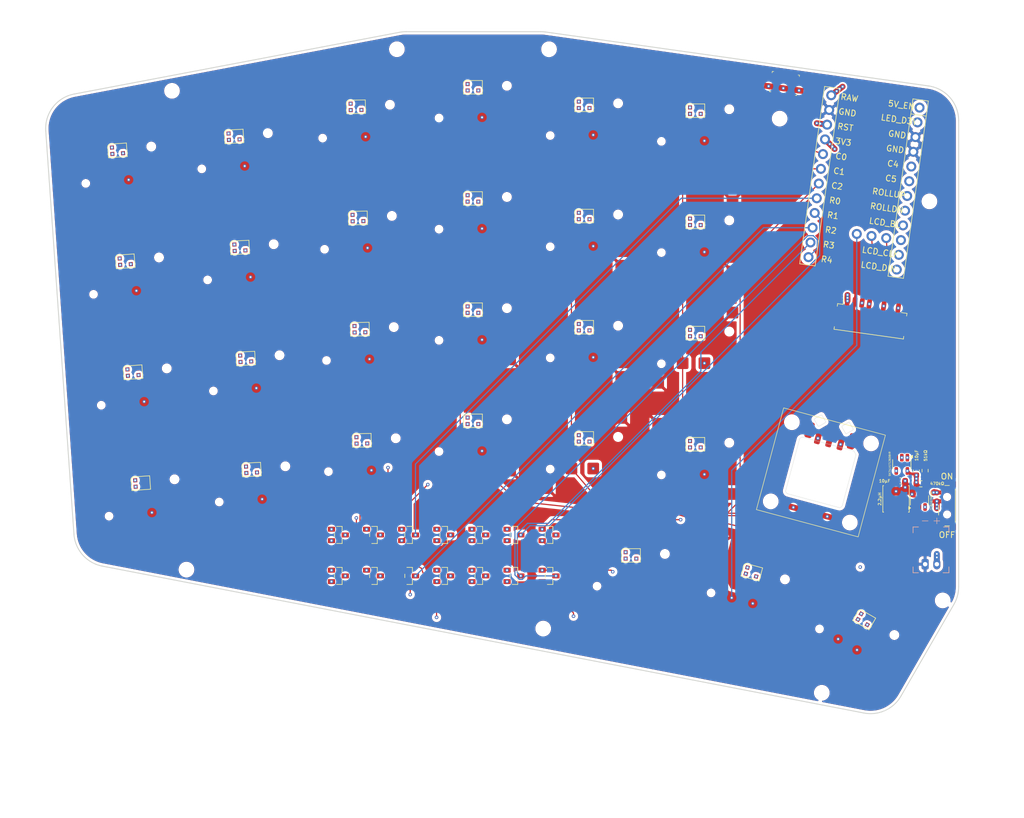
<source format=kicad_pcb>
(kicad_pcb (version 20241229) (generator "pcbnew") (generator_version "9.0")
  (title_block (title "toomanykeys") (date "2025-06-04") (rev "0.1") (company "huntercook"))
  (layers (0 "F.Cu" signal) (4 "In1.Cu" signal) (6 "In2.Cu" signal) (8 "In3.Cu" signal) (10 "In4.Cu" signal) (2 "B.Cu" signal) (13 "F.Paste" user) (15 "B.Paste" user) (5 "F.SilkS" user "F.Silkscreen") (7 "B.SilkS" user "B.Silkscreen") (1 "F.Mask" user) (3 "B.Mask" user) (25 "Edge.Cuts" user))
  (net 0 "")
  (net 1 "C0")
  (net 2 "finger_outer_bottom")
  (net 3 "GND")
  (net 4 "finger_outer_home")
  (net 5 "finger_outer_top")
  (net 6 "finger_outer_num")
  (net 7 "C1")
  (net 8 "finger_pinky_bottom")
  (net 9 "finger_pinky_home")
  (net 10 "finger_pinky_top")
  (net 11 "finger_pinky_num")
  (net 12 "C2")
  (net 13 "finger_ring_bottom")
  (net 14 "finger_ring_home")
  (net 15 "finger_ring_top")
  (net 16 "finger_ring_num")
  (net 17 "C3")
  (net 18 "finger_middle_bottom")
  (net 19 "finger_middle_home")
  (net 20 "finger_middle_top")
  (net 21 "finger_middle_num")
  (net 22 "C4")
  (net 23 "finger_index_bottom")
  (net 24 "finger_index_home")
  (net 25 "finger_index_top")
  (net 26 "finger_index_num")
  (net 27 "C5")
  (net 28 "finger_inner_bottom")
  (net 29 "finger_inner_home")
  (net 30 "finger_inner_top")
  (net 31 "finger_inner_num")
  (net 32 "thumb_near_fan")
  (net 33 "thumb_mid_fan")
  (net 34 "thumb_far_fan")
  (net 35 "roller")
  (net 36 "ROLLUP")
  (net 37 "ROLLDN")
  (net 38 "R0")
  (net 39 "R1")
  (net 40 "R2")
  (net 41 "R3")
  (net 42 "R4")
  (net 43 "RAW")
  (net 44 "RST")
  (net 45 "3V3")
  (net 46 "5V_EN")
  (net 47 "LED_D3V")
  (net 48 "LCD_BL")
  (net 49 "LCD_DC")
  (net 50 "LCD_CLK")
  (net 51 "LCD_DIN")
  (net 52 "LCD_RST")
  (net 53 "LCD_CS")
  (net 54 "BAT_P")
  (net 55 "LED_26")
  (net 56 "LED_PWR")
  (net 57 "LED_27")
  (net 58 "LED_25")
  (net 59 "LED_24")
  (net 60 "LED_23")
  (net 61 "LED_19")
  (net 62 "LED_20")
  (net 63 "LED_21")
  (net 64 "LED_22")
  (net 65 "LED_18")
  (net 66 "LED_17")
  (net 67 "LED_16")
  (net 68 "LED_15")
  (net 69 "LED_11")
  (net 70 "LED_12")
  (net 71 "LED_13")
  (net 72 "LED_14")
  (net 73 "LED_10")
  (net 74 "LED_9")
  (net 75 "LED_8")
  (net 76 "LED_7")
  (net 77 "LED_3")
  (net 78 "LED_4")
  (net 79 "LED_5")
  (net 80 "LED_6")
  (net 81 "LED_2")
  (net 82 "LED_1")
  (net 83 "BOOST_FB")
  (net 84 "BOOST_SW")
  (net 85 "5V")
  (net 86 "LED_D5V")
  (footprint "PG1316S" (layer "F.Cu") (at 134.821073 133.409927)
    (property "Reference" "S18" (hide yes))
    (property "Value" "")
  )
  (footprint "Molex_PicoBlade_53261-0871_1x08-1MP_P1.25mm_Horizontal" (layer "F.Cu") (at 183.821073 129.409928 -8)
    (property "Reference" "CONN1" (hide yes))
    (property "Value" "")
  )
  (footprint "PG1316S" (layer "F.Cu") (at 115.821074 111.409927)
    (property "Reference" "S15" (hide yes))
    (property "Value" "")
  )
  (footprint "BAV70 SOT23" (layer "F.Cu") (at 116.821073 166.409927 -90)
    (property "Reference" "D5" (hide yes))
    (property "Value" "BAV70")
  )
  (footprint "PG1316S" (layer "F.Cu") (at 153.821073 115.409928)
    (property "Reference" "S23" (hide yes))
    (property "Value" "")
  )
  (footprint "PG1316S" (layer "F.Cu") (at 142.821073 172.409928)
    (property "Reference" "S25" (hide yes))
    (property "Value" "")
  )
  (footprint "LED_WS2812B-2020_PLCC4_2.0x2.0mm" (layer "F.Cu") (at 153.821073 93.909927)
    (property "Reference" "LED24" (hide yes))
    (property "Value" "")
  )
  (footprint "ceoloide:mounting_hole_npth" (layer "F.Cu") (at 127.821073 182.409927)
    (property "Reference" "MH7" (hide yes))
    (property "Value" "")
  )
  (footprint "PG1316S" (layer "F.Cu") (at 134.821073 152.409927)
    (property "Reference" "S17" (hide yes))
    (property "Value" "")
  )
  (footprint "ceoloide:mcu_nice_nano" (layer "F.Cu") (at 182.821073 104.909927 -8)
    (property "Reference" "MCU1" (hide yes))
    (property "Value" "")
  )
  (footprint "LED_WS2812B-2020_PLCC4_2.0x2.0mm" (layer "F.Cu") (at 115.821073 146.909928)
    (property "Reference" "LED13" (hide yes))
    (property "Value" "")
  )
  (footprint "Resistor_SMD:R_0603_1608Metric" (layer "F.Cu") (at 193.082746 155.417904 90)
    (property "Reference" "R2" (hide yes))
    (property "Value" "51kΩ")
  )
  (footprint "PG1316S" (layer "F.Cu") (at 96.213132 114.746853 1)
    (property "Reference" "S11" (hide yes))
    (property "Value" "")
  )
  (footprint "LED_WS2812B-2020_PLCC4_2.0x2.0mm" (layer "F.Cu") (at 96.501097 131.24434 1)
    (property "Reference" "LED10" (hide yes))
    (property "Value" "")
  )
  (footprint "Package_TO_SOT_SMD:SOT-23-5" (layer "F.Cu") (at 189.102746 154.335405 -90)
    (property "Reference" "U2" (hide yes))
    (property "Value" "SN74LV1T126DBVR")
  )
  (footprint "ceoloide:mounting_hole_npth" (layer "F.Cu") (at 196.088091 177.600299 -30)
    (property "Reference" "MH9" (hide yes))
    (property "Value" "")
  )
  (footprint "LED_WS2812B-2020_PLCC4_2.0x2.0mm" (layer "F.Cu") (at 115.821073 108.909927)
    (property "Reference" "LED15" (hide yes))
    (property "Value" "")
  )
  (footprint "PG1316S" (layer "F.Cu") (at 134.821073 95.409927)
    (property "Reference" "S20" (hide yes))
    (property "Value" "")
  )
  (footprint "PG1316S" (layer "F.Cu") (at 78.111707 157.729967 3)
    (property "Reference" "S5" (hide yes))
    (property "Value" "")
  )
  (footprint "BAV70 SOT23" (layer "F.Cu") (at 110.821074 173.409927 -90)
    (property "Reference" "D10" (hide yes))
    (property "Value" "BAV70")
  )
  (footprint "PG1316S" (layer "F.Cu") (at 96.876324 152.741066 1)
    (property "Reference" "S9" (hide yes))
    (property "Value" "")
  )
  (footprint "LED_WS2812B-2020_PLCC4_2.0x2.0mm" (layer "F.Cu") (at 57.727982 138.605278 4)
    (property "Reference" "LED2" (hide yes))
    (property "Value" "")
  )
  (footprint "huntercook:L_CJIANG_FTC404030S_4.1x4.1x3.0_SMD" (layer "F.Cu") (at 188.112747 160.252904 -90)
    (property "Reference" "L1" (hide yes))
    (property "Value" "2.2μH")
  )
  (footprint "ceoloide:reset_switch_smd_side" (layer "F.Cu") (at 169.054598 89.25261 -8)
    (property "Reference" "RST1" (hide yes))
    (property "Value" "")
  )
  (footprint "PG1316S" (layer "F.Cu") (at 57.902373 141.099187 4)
    (property "Reference" "S2" (hide yes))
    (property "Value" "")
  )
  (footprint "PG1316S" (layer "F.Cu") (at 76.12294 119.782046 3)
    (property "Reference" "S7" (hide yes))
    (property "Value" "")
  )
  (footprint "LED_WS2812B-2020_PLCC4_2.0x2.0mm" (layer "F.Cu") (at 153.821073 131.909928)
    (property "Reference" "LED22" (hide yes))
    (property "Value" "")
  )
  (footprint "ceoloide:mounting_hole_npth" (layer "F.Cu") (at 102.821073 83.409928)
    (property "Reference" "MH3" (hide yes))
    (property "Value" "")
  )
  (footprint "ceoloide:mounting_hole_npth" (layer "F.Cu") (at 64.390191 90.523421 4)
    (property "Reference" "MH1" (hide yes))
    (property "Value" "")
  )
  (footprint "LED_WS2812B-2020_PLCC4_2.0x2.0mm" (layer "F.Cu") (at 142.821073 169.909927)
    (property "Reference" "LED25" (hide yes))
    (property "Value" "")
  )
  (footprint "ceoloide:mounting_hole_npth" (layer "F.Cu") (at 175.427837 193.384909 -30)
    (property "Reference" "MH8" (hide yes))
    (property "Value" "")
  )
  (footprint "PG1316S" (layer "F.Cu") (at 56.577 122.14547 4)
    (property "Reference" "S3" (hide yes))
    (property "Value" "")
  )
  (footprint "PG1316S" (layer "F.Cu") (at 115.821074 149.409928)
    (property "Reference" "S13" (hide yes))
    (property "Value" "")
  )
  (footprint "PG1316S" (layer "F.Cu") (at 95.881537 95.749747 1)
    (property "Reference" "S12" (hide yes))
    (property "Value" "")
  )
  (footprint "BAV70 SOT23" (layer "F.Cu") (at 116.821073 173.409927 -90)
    (property "Reference" "D11" (hide yes))
    (property "Value" "BAV70")
  )
  (footprint "LED_WS2812B-2020_PLCC4_2.0x2.0mm" (layer "F.Cu") (at 76.986483 136.259432 3)
    (property "Reference" "LED6" (hide yes))
    (property "Value" "")
  )
  (footprint "ceoloide:mounting_hole_npth" (layer "F.Cu") (at 168.226505 95.272344)
    (property "Reference" "MH5" (hide yes))
    (property "Value" "")
  )
  (footprint "BAV70 SOT23" (layer "F.Cu") (at 104.821073 166.409927 -90)
    (property "Reference" "D3" (hide yes))
    (property "Value" "BAV70")
  )
  (footprint "Capacitor_SMD:C_0603_1608Metric" (layer "F.Cu") (at 191.582746 155.417905 90)
    (property "Reference" "C2" (hide yes))
    (property "Value" "10μF")
  )
  (footprint "PG1316S" (layer "F.Cu") (at 162.821073 175.159927 -15)
    (property "Reference" "S26" (hide yes))
    (property "Value" "")
  )
  (footprint "LED_WS2812B-2020_PLCC4_2.0x2.0mm" (layer "F.Cu") (at 96.169501 112.247234 1)
    (property "Reference" "LED11" (hide yes))
    (property "Value" "")
  )
  (footprint "LED_WS2812B-2020_PLCC4_2.0x2.0mm" (layer "F.Cu") (at 134.821074 111.909927)
    (property "Reference" "LED19" (hide yes))
    (property "Value" "")
  )
  (footprint "LED_WS2812B-2020_PLCC4_2.0x2.0mm" (layer "F.Cu") (at 153.821073 150.909927)
    (property "Reference" "LED21" (hide yes))
    (property "Value" "")
  )
  (footprint "LED_WS2812B-2020_PLCC4_2.0x2.0mm" (layer "F.Cu") (at 74.997717 98.31151 3)
    (property "Reference" "LED8" (hide yes))
    (property "Value" "")
  )
  (footprint "BAV70 SOT23" (layer "F.Cu") (at 128.821073 173.409927 -90)
    (property "Reference" "D14" (hide yes))
    (property "Value" "BAV70")
  )
  (footprint "LED_WS2812B-2020_PLCC4_2.0x2.0mm" (layer "F.Cu") (at 55.077237 100.697844 4)
    (property "Reference" "LED4" (hide yes))
    (property "Value" "")
  )
  (footprint "PG1316S" (layer "F.Cu") (at 134.821073 114.409927)
    (property "Reference" "S19" (hide yes))
    (property "Value" "")
  )
  (footprint "PG1316S" (layer "F.Cu") (at 181.427837 182.992605 -30)
    (property "Reference" "S27" (hide yes))
    (property "Value" "")
  )
  (footprint "PG1316S" (layer "F.Cu") (at 153.821074 153.409927)
    (property "Reference" "S21" (hide yes))
    (property "Value" "")
  )
  (footprint "PG1316S" (layer "F.Cu") (at 55.251627 103.191754 4)
    (property "Reference" "S4" (hide yes))
    (property "Value" "")
  )
  (footprint "LED_WS2812B-2020_PLCC4_2.0x2.0mm" (layer "F.Cu") (at 115.821073 127.909927)
    (property "Reference" "LED14" (hide yes))
    (property "Value" "")
  )
  (footprint "ceoloide:power_switch_smd_side" (layer "F.Cu") (at 196.821073 161.409927)
    (property "Reference" "PWR1" (hide yes))
    (property "Value" "")
  )
  (footprint "Package_TO_SOT_SMD:SOT-23-6" (layer "F.Cu") (at 192.122746 160.500405 90)
    (property "Reference" "U1" (hide yes))
    (property "Value" "TLV61070ADBV")
  )
  (footprint "LED_WS2812B-2020_PLCC4_2.0x2.0mm" (layer "F.Cu") (at 134.821074 92.909927)
    (property "Reference" "LED20" (hide yes))
    (property "Value" "")
  )
  (footprint "PG1316S" (layer "F.Cu") (at 115.821074 130.409927)
    (property "Reference" "S14" (hide yes))
    (property "Value" "")
  )
  (footprint "PG1316S" (layer "F.Cu") (at 115.821073 92.409927)
    (property "Reference" "S16" (hide yes))
    (property "Value" "")
  )
  (footprint "LED_WS2812B-2020_PLCC4_2.0x2.0mm" (layer "F.Cu") (at 59.053355 157.558994 4)
    (property "Reference" "LED1" (hide yes))
    (property "Value" "")
  )
  (footprint "CKW12" (layer "F.Cu") (at 175.276573 155.721293 75)
    (property "Reference" "RE1" (hide yes))
    (property "Value" "")
    (fp_line (start -4.5 -5) (end 4.5 -4.999999) (stroke (width 0.05)) (layer "Edge.Cuts"))
    (fp_line (start 5 -4.5) (end 4.999999 4.5) (stroke (width 0.05)) (layer "Edge.Cuts"))
    (fp_line (start 8.393604 -3.394264) (end 7.545076 -2.545736) (stroke (width 0.05)) (layer "Edge.Cuts"))
    (fp_line (start 8.605736 -3.394264) (end 9.454264 -2.545736) (stroke (width 0.05)) (layer "Edge.Cuts"))
    (fp_line (start 7.545076 -2.333604) (end 8.393604 -1.485076) (stroke (width 0.05)) (layer "Edge.Cuts"))
    (fp_line (start 8.605736 -1.485076) (end 9.454264 -2.333604) (stroke (width 0.05)) (layer "Edge.Cuts"))
    (fp_line (start -5 4.5) (end -4.999999 -4.5) (stroke (width 0.05)) (layer "Edge.Cuts"))
    (fp_line (start 8.397868 1.480812) (end 7.54934 2.32934) (stroke (width 0.05)) (layer "Edge.Cuts"))
    (fp_line (start 8.61 1.480812) (end 9.458528 2.32934) (stroke (width 0.05)) (layer "Edge.Cuts"))
    (fp_line (start -4.5 4.999999) (end 4.5 5) (stroke (width 0.05)) (layer "Edge.Cuts"))
    (fp_line (start 7.54934 2.541472) (end 8.397869 3.39) (stroke (width 0.05)) (layer "Edge.Cuts"))
    (fp_line (start 8.61 3.39) (end 9.458528 2.541472) (stroke (width 0.05)) (layer "Edge.Cuts"))
    (fp_line (start 4.5 5) (end 4.999999 4.5) (stroke (width 0.05)) (layer "Edge.Cuts"))
    (fp_arc (start -4.999999 -4.5) (mid -4.853553 -4.853553) (end -4.5 -5) (stroke (width 0.05)) (layer "Edge.Cuts"))
    (fp_arc (start 4.5 -4.999999) (mid 4.853553 -4.853553) (end 5 -4.5) (stroke (width 0.05)) (layer "Edge.Cuts"))
    (fp_arc (start 8.393604 -3.394264) (mid 8.49967 -3.438198) (end 8.605736 -3.394264) (stroke (width 0.05)) (layer "Edge.Cuts"))
    (fp_arc (start 7.545076 -2.333604) (mid 7.501142 -2.43967) (end 7.545076 -2.545736) (stroke (width 0.05)) (layer "Edge.Cuts"))
    (fp_arc (start 9.454264 -2.545736) (mid 9.498198 -2.43967) (end 9.454264 -2.333604) (stroke (width 0.05)) (layer "Edge.Cuts"))
    (fp_arc (start 8.605736 -1.485076) (mid 8.49967 -1.441142) (end 8.393604 -1.485076) (stroke (width 0.05)) (layer "Edge.Cuts"))
    (fp_arc (start 8.397868 1.480812) (mid 8.503934 1.436878) (end 8.61 1.480812) (stroke (width 0.05)) (layer "Edge.Cuts"))
    (fp_arc (start -4.5 4.999999) (mid -4.853553 4.853553) (end -5 4.5) (stroke (width 0.05)) (layer "Edge.Cuts"))
    (fp_arc (start 7.54934 2.541472) (mid 7.505406 2.435406) (end 7.54934 2.32934) (stroke (width 0.05)) (layer "Edge.Cuts"))
    (fp_arc (start 9.458528 2.32934) (mid 9.502462 2.435406) (end 9.458528 2.541472) (stroke (width 0.05)) (layer "Edge.Cuts"))
    (fp_arc (start 8.61 3.39) (mid 8.503934 3.433934) (end 8.397869 3.39) (stroke (width 0.05)) (layer "Edge.Cuts"))
  )
  (footprint "LED_WS2812B-2020_PLCC4_2.0x2.0mm" (layer "F.Cu") (at 75.9921 117.285471 3)
    (property "Reference" "LED7" (hide yes))
    (property "Value" "")
  )
  (footprint "LED_WS2812B-2020_PLCC4_2.0x2.0mm" (layer "F.Cu") (at 95.837906 93.250128 1)
    (property "Reference" "LED12" (hide yes))
    (property "Value" "")
  )
  (footprint "BAV70 SOT23" (layer "F.Cu") (at 92.821074 166.409927 -90)
    (property "Reference" "D1" (hide yes))
    (property "Value" "BAV70")
  )
  (footprint "LED_WS2812B-2020_PLCC4_2.0x2.0mm" (layer "F.Cu") (at 77.980868 155.233393 3)
    (property "Reference" "LED5" (hide yes))
    (property "Value" "")
  )
  (footprint "BAV70 SOT23" (layer "F.Cu") (at 92.821073 173.409927 -90)
    (property "Reference" "D7" (hide yes))
    (property "Value" "BAV70")
  )
  (footprint "Resistor_SMD:R_0603_1608Metric" (layer "F.Cu") (at 192.337747 157.672904)
    (property "Reference" "R1" (hide yes))
    (property "Value" "470kΩ")
  )
  (footprint "LED_WS2812B-2020_PLCC4_2.0x2.0mm" (layer "F.Cu") (at 96.832693 150.241446 1)
    (property "Reference" "LED9" (hide yes))
    (property "Value" "")
  )
  (footprint "LED_WS2812B-2020_PLCC4_2.0x2.0mm" (layer "F.Cu") (at 182.677837 180.827541 -30)
    (property "Reference" "LED27" (hide yes))
    (property "Value" "")
  )
  (footprint "BAV70 SOT23" (layer "F.Cu") (at 128.821073 166.409928 -90)
    (property "Reference" "D13" (hide yes))
    (property "Value" "BAV70")
  )
  (footprint "ceoloide:mounting_hole_npth" (layer "F.Cu") (at 66.860856 172.338813 3)
    (property "Reference" "MH2" (hide yes))
    (property "Value" "")
  )
  (footprint "BAV70 SOT23" (layer "F.Cu") (at 104.821073 173.409928 -90)
    (property "Reference" "D9" (hide yes))
    (property "Value" "BAV70")
  )
  (footprint "PG1316S" (layer "F.Cu") (at 59.227746 160.052904 4)
    (property "Reference" "S1" (hide yes))
    (property "Value" "")
  )
  (footprint "ceoloide:mounting_hole_npth" (layer "F.Cu") (at 128.821073 83.409927)
    (property "Reference" "MH4" (hide yes))
    (property "Value" "")
  )
  (footprint "BAV70 SOT23" (layer "F.Cu") (at 98.821073 166.409928 -90)
    (property "Reference" "D2" (hide yes))
    (property "Value" "BAV70")
  )
  (footprint "PG1316S" (layer "F.Cu") (at 96.544728 133.74396 1)
    (property "Reference" "S10" (hide yes))
    (property "Value" "")
  )
  (footprint "Capacitor_SMD:C_0603_1608Metric" (layer "F.Cu") (at 188.892746 157.165405 180)
    (property "Reference" "C1" (hide yes))
    (property "Value" "10μF")
  )
  (footprint "LED_WS2812B-2020_PLCC4_2.0x2.0mm" (layer "F.Cu") (at 134.821073 149.909927)
    (property "Reference" "LED17" (hide yes))
    (property "Value" "")
  )
  (footprint "BAV70 SOT23" (layer "F.Cu") (at 122.821073 166.409927 -90)
    (property "Reference" "D6" (hide yes))
    (property "Value" "BAV70")
  )
  (footprint "BAV70 SOT23" (layer "F.Cu") (at 98.821073 173.409927 -90)
    (property "Reference" "D8" (hide yes))
    (property "Value" "BAV70")
  )
  (footprint "LED_WS2812B-2020_PLCC4_2.0x2.0mm" (layer "F.Cu") (at 163.468121 172.745112 -15)
    (property "Reference" "LED26" (hide yes))
    (property "Value" "")
  )
  (footprint "LED_WS2812B-2020_PLCC4_2.0x2.0mm" (layer "F.Cu") (at 153.821073 112.909927)
    (property "Reference" "LED23" (hide yes))
    (property "Value" "")
  )
  (footprint "PG1316S" (layer "F.Cu") (at 153.821074 134.409927)
    (property "Reference" "S22" (hide yes))
    (property "Value" "")
  )
  (footprint "LED_WS2812B-2020_PLCC4_2.0x2.0mm" (layer "F.Cu") (at 56.402609 119.65156 4)
    (property "Reference" "LED3" (hide yes))
    (property "Value" "")
  )
  (footprint "BAV70 SOT23" (layer "F.Cu") (at 122.821073 173.409927 -90)
    (property "Reference" "D12" (hide yes))
    (property "Value" "BAV70")
  )
  (footprint "PG1316S" (layer "F.Cu") (at 75.128557 100.808083 3)
    (property "Reference" "S8" (hide yes))
    (property "Value" "")
  )
  (footprint "LED_WS2812B-2020_PLCC4_2.0x2.0mm" (layer "F.Cu") (at 115.821073 89.909928)
    (property "Reference" "LED16" (hide yes))
    (property "Value" "")
  )
  (footprint "PG1316S" (layer "F.Cu") (at 153.821073 96.409927)
    (property "Reference" "S24" (hide yes))
    (property "Value" "")
  )
  (footprint "LED_WS2812B-2020_PLCC4_2.0x2.0mm" (layer "F.Cu") (at 134.821073 130.909928)
    (property "Reference" "LED18" (hide yes))
    (property "Value" "")
  )
  (footprint "PG1316S" (layer "F.Cu") (at 77.117324 138.756006 3)
    (property "Reference" "S6" (hide yes))
    (property "Value" "")
  )
  (footprint "BAV70 SOT23" (layer "F.Cu") (at 110.821073 166.409927 -90)
    (property "Reference" "D4" (hide yes))
    (property "Value" "BAV70")
  )
  (footprint "ceoloide:mounting_hole_npth" (layer "F.Cu") (at 193.821073 109.409927)
    (property "Reference" "MH6" (hide yes))
    (property "Value" "")
  )
  (footprint "ceoloide:battery_connector_jst_ph_2" (layer "B.Cu") (at 194.086073 171.409928 180)
    (property "Reference" "JST1" (hide yes))
    (property "Value" "")
  )
  (gr_arc (start 188.956593 193.951221) (mid 186.252451 196.409736) (end 182.62357 196.843337) (stroke (width 0.15)) (layer "Edge.Cuts"))
  (gr_line (start 104.385374 80.409928) (end 127.400613 80.409928) (stroke (width 0.15)) (layer "Edge.Cuts"))
  (gr_line (start 182.62357 196.843337) (end 52.481845 171.738941) (stroke (width 0.15)) (layer "Edge.Cuts"))
  (gr_arc (start 52.481845 171.738941) (mid 49.1274 169.826475) (end 47.632911 166.26609) (stroke (width 0.15)) (layer "Edge.Cuts"))
  (gr_line (start 47.632911 166.26609) (end 42.815731 97.377205) (stroke (width 0.15)) (layer "Edge.Cuts"))
  (gr_line (start 198.017645 178.251955) (end 188.956593 193.951221) (stroke (width 0.15)) (layer "Edge.Cuts"))
  (gr_line (start 47.682408 91.063879) (end 103.266667 80.515142) (stroke (width 0.15)) (layer "Edge.Cuts"))
  (gr_line (start 128.237424 80.468568) (end 193.657884 89.682718) (stroke (width 0.15)) (layer "Edge.Cuts"))
  (gr_arc (start 193.657884 89.682718) (mid 197.349913 91.688404) (end 198.821074 95.624077) (stroke (width 0.15)) (layer "Edge.Cuts"))
  (gr_arc (start 103.266667 80.515142) (mid 103.823552 80.436292) (end 104.385374 80.409928) (stroke (width 0.15)) (layer "Edge.Cuts"))
  (gr_arc (start 42.815731 97.377205) (mid 44.049125 93.29556) (end 47.682408 91.063879) (stroke (width 0.15)) (layer "Edge.Cuts"))
  (gr_arc (start 198.821073 175.252682) (mid 198.616743 176.805193) (end 198.017646 178.251955) (stroke (width 0.15)) (layer "Edge.Cuts"))
  (gr_arc (start 127.400613 80.409928) (mid 127.820045 80.424604) (end 128.237424 80.468568) (stroke (width 0.15)) (layer "Edge.Cuts"))
  (gr_line (start 198.821074 95.624077) (end 198.821073 175.252682) (stroke (width 0.15)) (layer "Edge.Cuts"))
  (segment (start 53.26678 105.987019) (end 56.2 103.3) (width 0.2) (layer "F.Cu") (net 1))
  (segment (start 148 86.3) (end 154.9 88.6) (width 0.2) (layer "F.Cu") (net 1))
  (segment (start 125.2 83.2) (end 128.1 85.3) (width 0.2) (layer "F.Cu") (net 1))
  (segment (start 158.4 95) (end 175.62873 101.334147) (width 0.2) (layer "F.Cu") (net 1))
  (segment (start 93.6 86.4) (end 103.6 85.6) (width 0.2) (layer "F.Cu") (net 1))
  (segment (start 110.4 83.3) (end 117.7 82) (width 0.2) (layer "F.Cu") (net 1))
  (segment (start 132 86.4) (end 148 86.3) (width 0.2) (layer "F.Cu") (net 1))
  (segment (start 154.9 88.6) (end 158.4 95) (width 0.2) (layer "F.Cu") (net 1))
  (segment (start 83.4 89.1) (end 93.6 86.4) (width 0.2) (layer "F.Cu") (net 1))
  (segment (start 53.26678 105.987019) (end 57.242899 162.848169) (width 0.2) (layer "F.Cu") (net 1))
  (segment (start 73 94.3) (end 83.4 89.1) (width 0.2) (layer "F.Cu") (net 1))
  (segment (start 117.7 82) (end 125.2 83.2) (width 0.2) (layer "F.Cu") (net 1))
  (segment (start 56.2 103.3) (end 66 100.1) (width 0.2) (layer "F.Cu") (net 1))
  (segment (start 103.6 85.6) (end 110.4 83.3) (width 0.2) (layer "F.Cu") (net 1))
  (segment (start 66 100.1) (end 73 94.3) (width 0.2) (layer "F.Cu") (net 1))
  (segment (start 128.1 85.3) (end 132 86.4) (width 0.2) (layer "F.Cu") (net 1))
  (via (at 109.646074 174.384927) (size 0.6) (drill 0.3) (layers "F.Cu" "B.Cu") (net 2))
  (via (at 60.958825 162.588326) (size 0.6) (drill 0.3) (layers "F.Cu" "B.Cu") (net 2))
  (via (at 59.633452 143.634609) (size 0.6) (drill 0.3) (layers "F.Cu" "B.Cu") (net 4))
  (via (at 91.646073 174.384927) (size 0.6) (drill 0.3) (layers "F.Cu" "B.Cu") (net 4))
  (via (at 58.308079 124.680892) (size 0.6) (drill 0.3) (layers "F.Cu" "B.Cu") (net 5))
  (via (at 109.646073 167.384927) (size 0.6) (drill 0.3) (layers "F.Cu" "B.Cu") (net 5))
  (via (at 56.982706 105.727176) (size 0.6) (drill 0.3) (layers "F.Cu" "B.Cu") (net 6))
  (via (at 91.646074 167.384927) (size 0.6) (drill 0.3) (layers "F.Cu" "B.Cu") (net 6))
  (segment (start 152.947073 100.045087) (end 156.751414 103.849428) (width 0.2) (layer "F.Cu") (net 7))
  (segment (start 130.631233 93.758927) (end 133.947073 97.074767) (width 0.2) (layer "F.Cu") (net 7))
  (segment (start 110.374753 96.045087) (end 112.660913 93.758927) (width 0.2) (layer "F.Cu") (net 7))
  (segment (start 156.751414 103.849428) (end 175.27523 103.849428) (width 0.2) (layer "F.Cu") (net 7))
  (segment (start 152.631233 97.758927) (end 152.947073 98.074767) (width 0.2) (layer "F.Cu") (net 7))
  (segment (start 76.078378 160.490166) (end 73.095228 103.568282) (width 0.2) (layer "F.Cu") (net 7))
  (segment (start 140.788146 97.758927) (end 152.631233 97.758927) (width 0.2) (layer "F.Cu") (net 7))
  (segment (start 73.095228 103.568282) (end 80.618423 96.045087) (width 0.2) (layer "F.Cu") (net 7))
  (segment (start 133.947073 97.074767) (end 133.947073 104.6) (width 0.2) (layer "F.Cu") (net 7))
  (segment (start 112.660913 93.758927) (end 130.631233 93.758927) (width 0.2) (layer "F.Cu") (net 7))
  (segment (start 80.618423 96.045087) (end 110.374753 96.045087) (width 0.2) (layer "F.Cu") (net 7))
  (segment (start 152.947073 98.074767) (end 152.947073 100.045087) (width 0.2) (layer "F.Cu") (net 7))
  (segment (start 133.947073 104.6) (end 140.788146 97.758927) (width 0.2) (layer "F.Cu") (net 7))
  (via (at 109.646074 172.434927) (size 0.6) (drill 0.3) (layers "F.Cu" "B.Cu") (net 8))
  (via (at 79.798273 160.295215) (size 0.6) (drill 0.3) (layers "F.Cu" "B.Cu") (net 8))
  (via (at 78.80389 141.321254) (size 0.6) (drill 0.3) (layers "F.Cu" "B.Cu") (net 9))
  (via (at 91.646073 172.434927) (size 0.6) (drill 0.3) (layers "F.Cu" "B.Cu") (net 9))
  (via (at 77.809506 122.347294) (size 0.6) (drill 0.3) (layers "F.Cu" "B.Cu") (net 10))
  (via (at 109.646073 165.434927) (size 0.6) (drill 0.3) (layers "F.Cu" "B.Cu") (net 10))
  (via (at 76.815123 103.373331) (size 0.6) (drill 0.3) (layers "F.Cu" "B.Cu") (net 11))
  (via (at 91.646074 165.434927) (size 0.6) (drill 0.3) (layers "F.Cu" "B.Cu") (net 11))
  (segment (start 170.646932 176.397012) (end 176.640996 182.391076) (width 0.2) (layer "F.Cu") (net 12))
  (segment (start 177.758952 162.910407) (end 177.064994 162.216449) (width 0.2) (layer "F.Cu") (net 12))
  (segment (start 93.753117 98.437302) (end 94.747904 155.428621) (width 0.2) (layer "F.Cu") (net 12))
  (segment (start 155.334901 177.916384) (end 158.562038 177.916384) (width 0.2) (layer "F.Cu") (net 12))
  (segment (start 177.064994 162.216449) (end 175.401422 162.216449) (width 0.2) (layer "F.Cu") (net 12))
  (segment (start 158.562038 177.916384) (end 159.274628 178.628974) (width 0.2) (layer "F.Cu") (net 12))
  (segment (start 108.2 175.4) (end 107 172.1) (width 0.2) (layer "F.Cu") (net 12))
  (segment (start 96.8 168.8) (end 96.5 167.8) (width 0.2) (layer "F.Cu") (net 12))
  (segment (start 159.274628 178.628974) (end 160.794 178.628974) (width 0.2) (layer "F.Cu") (net 12))
  (segment (start 140.646073 175.059928) (end 141.947073 176.360928) (width 0.2) (layer "F.Cu") (net 12))
  (segment (start 96.5 164.3) (end 96.6 159.3) (width 0.2) (layer "F.Cu") (net 12))
  (segment (start 112 178) (end 108.2 175.4) (width 0.2) (layer "F.Cu") (net 12))
  (segment (start 177.715356 185.778308) (end 178.723108 185.778308) (width 0.2) (layer "F.Cu") (net 12))
  (segment (start 163.025962 176.397012) (end 170.646932 176.397012) (width 0.2) (layer "F.Cu") (net 12))
  (segment (start 175.401422 162.216449) (end 174.966282 162.651589) (width 0.2) (layer "F.Cu") (net 12))
  (segment (start 141.947073 176.360928) (end 153.779445 176.360928) (width 0.2) (layer "F.Cu") (net 12))
  (segment (start 102.6 169.8) (end 96.8 168.8) (width 0.2) (layer "F.Cu") (net 12))
  (segment (start 134.4 184.9) (end 126.9 184.5) (width 0.2) (layer "F.Cu") (net 12))
  (segment (start 126.9 184.5) (end 112 178) (width 0.2) (layer "F.Cu") (net 12))
  (segment (start 159.260987 162.700468) (end 161.472073 160.489382) (width 0.2) (layer "F.Cu") (net 12))
  (segment (start 176.640996 184.703948) (end 177.715356 185.778308) (width 0.2) (layer "F.Cu") (net 12))
  (segment (start 107 172.1) (end 102.6 169.8) (width 0.2) (layer "F.Cu") (net 12))
  (segment (start 174.966282 162.651589) (end 174.966282 162.845334) (width 0.2) (layer "F.Cu") (net 12))
  (segment (start 140.646073 175.059928) (end 138.3 182) (width 0.2) (layer "F.Cu") (net 12))
  (segment (start 176.479551 165.146274) (end 177.758952 163.866873) (width 0.2) (layer "F.Cu") (net 12))
  (segment (start 96.6 159.3) (end 94.747904 155.428621) (width 0.2) (layer "F.Cu") (net 12))
  (segment (start 178.723108 185.778308) (end 179.797468 184.703948) (width 0.2) (layer "F.Cu") (net 12))
  (segment (start 176.640996 182.391076) (end 176.640996 184.703948) (width 0.2) (layer "F.Cu") (net 12))
  (segment (start 161.472073 119.814367) (end 174.921731 106.364709) (width 0.2) (layer "F.Cu") (net 12))
  (segment (start 176.479551 179.067919) (end 176.479551 165.146274) (width 0.2) (layer "F.Cu") (net 12))
  (segment (start 174.966282 162.845334) (end 159.260987 162.700468) (width 0.2) (layer "F.Cu") (net 12))
  (segment (start 179.797468 184.703948) (end 179.797468 182.385836) (width 0.2) (layer "F.Cu") (net 12))
  (segment (start 177.758952 163.866873) (end 177.758952 162.910407) (width 0.2) (layer "F.Cu") (net 12))
  (segment (start 138.3 182) (end 134.4 184.9) (width 0.2) (layer "F.Cu") (net 12))
  (segment (start 179.797468 182.385836) (end 176.479551 179.067919) (width 0.2) (layer "F.Cu") (net 12))
  (segment (start 161.472073 160.489382) (end 161.472073 119.814367) (width 0.2) (layer "F.Cu") (net 12))
  (segment (start 160.794 178.628974) (end 163.025962 176.397012) (width 0.2) (layer "F.Cu") (net 12))
  (segment (start 153.779445 176.360928) (end 155.334901 177.916384) (width 0.2) (layer "F.Cu") (net 12))
  (segment (start 96.5 167.8) (end 96.5 164.3) (width 0.2) (layer "F.Cu") (net 12))
  (via (at 98.472337 155.36361) (size 0.6) (drill 0.3) (layers "F.Cu" "B.Cu") (net 13))
  (via (at 115.646073 174.384927) (size 0.6) (drill 0.3) (layers "F.Cu" "B.Cu") (net 13))
  (segment (start 95.9 172.638854) (end 97.646073 174.384927) (width 0.2) (layer "F.Cu") (net 14))
  (segment (start 95.9 163.5) (end 95.9 172.638854) (width 0.2) (layer "F.Cu") (net 14))
  (via (at 98.140741 136.366504) (size 0.6) (drill 0.3) (layers "F.Cu" "B.Cu") (net 14))
  (via (at 95.9 163.5) (size 0.6) (drill 0.3) (layers "F.Cu" "B.Cu") (net 14))
  (via (at 97.809145 117.369397) (size 0.6) (drill 0.3) (layers "F.Cu" "B.Cu") (net 15))
  (via (at 115.646073 167.384927) (size 0.6) (drill 0.3) (layers "F.Cu" "B.Cu") (net 15))
  (segment (start 97.646073 166.863168) (end 97.646073 167.384928) (width 0.2) (layer "F.Cu") (net 16))
  (segment (start 101.3 154.9) (end 101.3 163.209241) (width 0.2) (layer "F.Cu") (net 16))
  (segment (start 101.3 163.209241) (end 97.646073 166.863168) (width 0.2) (layer "F.Cu") (net 16))
  (via (at 101.3 154.9) (size 0.6) (drill 0.3) (layers "F.Cu" "B.Cu") (net 16))
  (via (at 97.47755 98.372291) (size 0.6) (drill 0.3) (layers "F.Cu" "B.Cu") (net 16))
  (segment (start 113.646074 152.059928) (end 113.646073 95.059927) (width 0.2) (layer "F.Cu") (net 17))
  (segment (start 152.1 163.3) (end 151.1 163) (width 0.2) (layer "F.Cu") (net 17))
  (segment (start 160.034314 177.156698) (end 153.9 165.6) (width 0.2) (layer "F.Cu") (net 17))
  (segment (start 153.9 165.6) (end 152.1 163.3) (width 0.2) (layer "F.Cu") (net 17))
  (segment (start 123.7 160.7) (end 113.646074 152.059928) (width 0.2) (layer "F.Cu") (net 17))
  (segment (start 145.1 163) (end 123.7 160.7) (width 0.2) (layer "F.Cu") (net 17))
  (segment (start 151.1 163) (end 145.1 163) (width 0.2) (layer "F.Cu") (net 17))
  (via (at 160.034314 177.156698) (size 0.6) (drill 0.3) (layers "F.Cu" "B.Cu") (net 17))
  (segment (start 160.034314 177.156698) (end 160.034314 155.388567) (width 0.2) (layer "B.Cu") (net 17))
  (segment (start 181.407074 134.015807) (end 181.407074 114.971051) (width 0.2) (layer "B.Cu") (net 17))
  (segment (start 160.034314 155.388567) (end 181.407074 134.015807) (width 0.2) (layer "B.Cu") (net 17))
  (via (at 115.646073 172.434927) (size 0.6) (drill 0.3) (layers "F.Cu" "B.Cu") (net 18))
  (via (at 117.371074 152.059928) (size 0.6) (drill 0.3) (layers "F.Cu" "B.Cu") (net 18))
  (via (at 117.371074 133.059927) (size 0.6) (drill 0.3) (layers "F.Cu" "B.Cu") (net 19))
  (via (at 97.646073 172.434927) (size 0.6) (drill 0.3) (layers "F.Cu" "B.Cu") (net 19))
  (via (at 117.371074 114.059927) (size 0.6) (drill 0.3) (layers "F.Cu" "B.Cu") (net 20))
  (via (at 115.646073 165.434927) (size 0.6) (drill 0.3) (layers "F.Cu" "B.Cu") (net 20))
  (via (at 117.371073 95.059927) (size 0.6) (drill 0.3) (layers "F.Cu" "B.Cu") (net 21))
  (via (at 97.646073 165.434928) (size 0.6) (drill 0.3) (layers "F.Cu" "B.Cu") (net 21))
  (segment (start 176.1 179.2) (end 173.4 169.4) (width 0.2) (layer "F.Cu") (net 22))
  (segment (start 137.4 160.6) (end 132.646073 155.059927) (width 0.2) (layer "F.Cu") (net 22))
  (segment (start 141.1 161.6) (end 137.4 160.6) (width 0.2) (layer "F.Cu") (net 22))
  (segment (start 132.646073 98.059927) (end 132.646073 155.059927) (width 0.2) (layer "F.Cu") (net 22))
  (segment (start 178.219232 184.200072) (end 176.1 179.2) (width 0.2) (layer "F.Cu") (net 22))
  (segment (start 173.4 169.4) (end 166.8 166.3) (width 0.2) (layer "F.Cu") (net 22))
  (segment (start 151.5 162.6) (end 141.1 161.6) (width 0.2) (layer "F.Cu") (net 22))
  (segment (start 166.8 166.3) (end 151.5 162.6) (width 0.2) (layer "F.Cu") (net 22))
  (via (at 182 171.9) (size 0.6) (drill 0.3) (layers "F.Cu" "B.Cu") (net 22))
  (via (at 178.219232 184.200072) (size 0.6) (drill 0.3) (layers "F.Cu" "B.Cu") (net 22))
  (via (at 136.371073 155.059927) (size 0.6) (drill 0.3) (layers "F.Cu" "B.Cu") (net 23))
  (via (at 121.646073 174.384927) (size 0.6) (drill 0.3) (layers "F.Cu" "B.Cu") (net 23))
  (segment (start 103.646073 174.384928) (end 105.1 175.838855) (width 0.2) (layer "F.Cu") (net 24))
  (segment (start 105.1 175.838855) (end 105.1 176.6) (width 0.2) (layer "F.Cu") (net 24))
  (via (at 136.371073 136.059927) (size 0.6) (drill 0.3) (layers "F.Cu" "B.Cu") (net 24))
  (via (at 105.1 176.6) (size 0.6) (drill 0.3) (layers "F.Cu" "B.Cu") (net 24))
  (via (at 121.646073 167.384927) (size 0.6) (drill 0.3) (layers "F.Cu" "B.Cu") (net 25))
  (via (at 136.371073 117.059927) (size 0.6) (drill 0.3) (layers "F.Cu" "B.Cu") (net 25))
  (segment (start 105.070073 165.960927) (end 103.646073 167.384927) (width 0.2) (layer "F.Cu") (net 26))
  (segment (start 105.070073 160.829927) (end 105.070073 165.960927) (width 0.2) (layer "F.Cu") (net 26))
  (segment (start 108.1 157.8) (end 105.070073 160.829927) (width 0.2) (layer "F.Cu") (net 26))
  (via (at 103.646073 167.384927) (size 0.6) (drill 0.3) (layers "F.Cu" "B.Cu") (net 26))
  (via (at 108.1 157.8) (size 0.6) (drill 0.3) (layers "F.Cu" "B.Cu") (net 26))
  (via (at 136.371073 98.059927) (size 0.6) (drill 0.3) (layers "F.Cu" "B.Cu") (net 26))
  (segment (start 176.362617 163.259231) (end 159.1 163.1) (width 0.2) (layer "F.Cu") (net 27))
  (segment (start 159.1 163.1) (end 151.646074 156.059927) (width 0.2) (layer "F.Cu") (net 27))
  (segment (start 151.646074 156.059927) (end 151.646073 99.059927) (width 0.2) (layer "F.Cu") (net 27))
  (via (at 176.362617 163.259231) (size 0.6) (drill 0.3) (layers "F.Cu" "B.Cu") (net 27))
  (via (at 155.371074 156.059927) (size 0.6) (drill 0.3) (layers "F.Cu" "B.Cu") (net 28))
  (via (at 121.646073 172.434927) (size 0.6) (drill 0.3) (layers "F.Cu" "B.Cu") (net 28))
  (segment (start 109.6 180.5) (end 109.6 178.910615) (width 0.2) (layer "F.Cu") (net 29))
  (segment (start 109.6 178.910615) (end 103.646073 172.956688) (width 0.2) (layer "F.Cu") (net 29))
  (segment (start 103.646073 172.956688) (end 103.646073 172.434928) (width 0.2) (layer "F.Cu") (net 29))
  (via (at 109.6 180.5) (size 0.6) (drill 0.3) (layers "F.Cu" "B.Cu") (net 29))
  (via (at 155.371074 137.059927) (size 0.6) (drill 0.3) (layers "F.Cu" "B.Cu") (net 29))
  (via (at 121.646073 165.434927) (size 0.6) (drill 0.3) (layers "F.Cu" "B.Cu") (net 30))
  (via (at 155.371073 118.059928) (size 0.6) (drill 0.3) (layers "F.Cu" "B.Cu") (net 30))
  (via (at 155.371073 99.059927) (size 0.6) (drill 0.3) (layers "F.Cu" "B.Cu") (net 31))
  (via (at 103.646073 165.434927) (size 0.6) (drill 0.3) (layers "F.Cu" "B.Cu") (net 31))
  (segment (start 130.4 170.138855) (end 127.646073 167.384928) (width 0.2) (layer "F.Cu") (net 32))
  (segment (start 140.011145 170.7) (end 130.4 170.7) (width 0.2) (layer "F.Cu") (net 32))
  (segment (start 144.371073 175.059928) (end 140.011145 170.7) (width 0.2) (layer "F.Cu") (net 32))
  (segment (start 130.4 170.7) (end 130.4 170.138855) (width 0.2) (layer "F.Cu") (net 32))
  (via (at 127.646073 167.384928) (size 0.6) (drill 0.3) (layers "F.Cu" "B.Cu") (net 32))
  (segment (start 139.7 172.7) (end 139.434927 172.434927) (width 0.2) (layer "F.Cu") (net 33))
  (segment (start 139.434927 172.434927) (end 127.646073 172.434927) (width 0.2) (layer "F.Cu") (net 33))
  (via (at 163.632388 178.1208) (size 0.6) (drill 0.3) (layers "F.Cu" "B.Cu") (net 33))
  (via (at 127.646073 172.434927) (size 0.6) (drill 0.3) (layers "F.Cu" "B.Cu") (net 33))
  (via (at 139.7 172.7) (size 0.6) (drill 0.3) (layers "F.Cu" "B.Cu") (net 33))
  (segment (start 133 179.738854) (end 127.646073 174.384927) (width 0.2) (layer "F.Cu") (net 34))
  (segment (start 133 180.3) (end 133 179.738854) (width 0.2) (layer "F.Cu") (net 34))
  (via (at 181.445176 186.062572) (size 0.6) (drill 0.3) (layers "F.Cu" "B.Cu") (net 34))
  (via (at 133 180.3) (size 0.6) (drill 0.3) (layers "F.Cu" "B.Cu") (net 34))
  (segment (start 151.3 163.8) (end 129.281001 163.8) (width 0.2) (layer "F.Cu") (net 35))
  (segment (start 129.281001 163.8) (end 127.646073 165.434928) (width 0.2) (layer "F.Cu") (net 35))
  (via (at 127.646073 165.434928) (size 0.6) (drill 0.3) (layers "F.Cu" "B.Cu") (net 35))
  (via (at 151.3 163.8) (size 0.6) (drill 0.3) (layers "F.Cu" "B.Cu") (net 35))
  (via (at 170.567062 161.706317) (size 0.6) (drill 0.3) (layers "F.Cu" "B.Cu") (net 35))
  (via (at 178.631929 150.926339) (size 0.6) (drill 0.3) (layers "F.Cu" "B.Cu") (net 36))
  (via (at 174.768226 149.891063) (size 0.6) (drill 0.3) (layers "F.Cu" "B.Cu") (net 37))
  (via (at 93.996074 166.409927) (size 0.6) (drill 0.3) (layers "F.Cu" "B.Cu") (net 38))
  (via (at 105.996073 166.409927) (size 0.6) (drill 0.3) (layers "F.Cu" "B.Cu") (net 38))
  (via (at 99.996073 166.409928) (size 0.6) (drill 0.3) (layers "F.Cu" "B.Cu") (net 38))
  (segment (start 105.996073 166.409927) (end 105.996073 154.303927) (width 0.2) (layer "B.Cu") (net 38))
  (segment (start 151.42001 108.87999) (end 174.568231 108.87999) (width 0.2) (layer "B.Cu") (net 38))
  (segment (start 105.996073 154.303927) (end 151.42001 108.87999) (width 0.2) (layer "B.Cu") (net 38))
  (via (at 117.996073 166.409927) (size 0.6) (drill 0.3) (layers "F.Cu" "B.Cu") (net 39))
  (via (at 123.996073 166.409927) (size 0.6) (drill 0.3) (layers "F.Cu" "B.Cu") (net 39))
  (via (at 111.996073 166.409927) (size 0.6) (drill 0.3) (layers "F.Cu" "B.Cu") (net 39))
  (segment (start 175.064731 118.658374) (end 128.889177 164.833928) (width 0.2) (layer "B.Cu") (net 39))
  (segment (start 174.214731 111.395271) (end 175.064731 112.245271) (width 0.2) (layer "B.Cu") (net 39))
  (segment (start 128.889177 164.833928) (end 125.572072 164.833928) (width 0.2) (layer "B.Cu") (net 39))
  (segment (start 175.064731 112.245271) (end 175.064731 118.658374) (width 0.2) (layer "B.Cu") (net 39))
  (segment (start 125.572072 164.833928) (end 123.996073 166.409927) (width 0.2) (layer "B.Cu") (net 39))
  (via (at 105.996073 173.409928) (size 0.6) (drill 0.3) (layers "F.Cu" "B.Cu") (net 40))
  (via (at 93.996073 173.409927) (size 0.6) (drill 0.3) (layers "F.Cu" "B.Cu") (net 40))
  (via (at 99.996073 173.409927) (size 0.6) (drill 0.3) (layers "F.Cu" "B.Cu") (net 40))
  (segment (start 105.996073 173.409928) (end 165.495449 113.910552) (width 0.2) (layer "B.Cu") (net 40))
  (segment (start 165.495449 113.910552) (end 173.861232 113.910552) (width 0.2) (layer "B.Cu") (net 40))
  (via (at 111.996074 173.409927) (size 0.6) (drill 0.3) (layers "F.Cu" "B.Cu") (net 41))
  (via (at 123.996073 173.409927) (size 0.6) (drill 0.3) (layers "F.Cu" "B.Cu") (net 41))
  (via (at 117.996073 173.409927) (size 0.6) (drill 0.3) (layers "F.Cu" "B.Cu") (net 41))
  (segment (start 123.395073 166.160984) (end 125.123129 164.432928) (width 0.2) (layer "B.Cu") (net 41))
  (segment (start 125.123129 164.432928) (end 128.723077 164.432928) (width 0.2) (layer "B.Cu") (net 41))
  (segment (start 123.395073 172.808927) (end 123.395073 166.160984) (width 0.2) (layer "B.Cu") (net 41))
  (segment (start 154.770074 135.16349) (end 173.507732 116.425832) (width 0.2) (layer "B.Cu") (net 41))
  (segment (start 154.770074 138.385931) (end 154.770074 135.16349) (width 0.2) (layer "B.Cu") (net 41))
  (segment (start 123.996073 173.409927) (end 123.395073 172.808927) (width 0.2) (layer "B.Cu") (net 41))
  (segment (start 128.723077 164.432928) (end 154.770074 138.385931) (width 0.2) (layer "B.Cu") (net 41))
  (via (at 129.996073 166.409928) (size 0.6) (drill 0.3) (layers "F.Cu" "B.Cu") (net 42))
  (via (at 129.996073 173.409927) (size 0.6) (drill 0.3) (layers "F.Cu" "B.Cu") (net 42))
  (segment (start 174.658732 117.436613) (end 173.154232 118.941113) (width 0.2) (layer "B.Cu") (net 42))
  (segment (start 124.846016 173.409927) (end 124.245016 174.010927) (width 0.2) (layer "B.Cu") (net 42))
  (segment (start 123.74713 174.010927) (end 122.994073 173.25787) (width 0.2) (layer "B.Cu") (net 42))
  (segment (start 122.994073 173.25787) (end 122.994073 165.311731) (width 0.2) (layer "B.Cu") (net 42))
  (segment (start 174.658732 115.949072) (end 174.658732 117.436613) (width 0.2) (layer "B.Cu") (net 42))
  (segment (start 173.984492 115.274832) (end 174.658732 115.949072) (width 0.2) (layer "B.Cu") (net 42))
  (segment (start 129.996073 173.409927) (end 124.846016 173.409927) (width 0.2) (layer "B.Cu") (net 42))
  (segment (start 173.030972 115.274832) (end 173.984492 115.274832) (width 0.2) (layer "B.Cu") (net 42))
  (segment (start 124.245016 174.010927) (end 123.74713 174.010927) (width 0.2) (layer "B.Cu") (net 42))
  (segment (start 122.994073 165.311731) (end 173.030972 115.274832) (width 0.2) (layer "B.Cu") (net 42))
  (segment (start 189.667747 157.165405) (end 189.620286 157.503104) (width 1) (layer "F.Cu") (net 43))
  (segment (start 190.342746 158.952904) (end 190.842746 159.452904) (width 1) (layer "F.Cu") (net 43))
  (segment (start 178.984686 89.809653) (end 177.042729 91.273023) (width 1) (layer "F.Cu") (net 43))
  (segment (start 189.667747 158.277905) (end 190.342746 158.952904) (width 1) (layer "F.Cu") (net 43))
  (segment (start 189.667747 157.165405) (end 189.667747 158.277905) (width 1) (layer "F.Cu") (net 43))
  (segment (start 194.615509 159.093793) (end 194.527746 159.159927) (width 1) (layer "F.Cu") (net 43))
  (segment (start 189.620286 157.503104) (end 191.021747 159.362905) (width 1) (layer "F.Cu") (net 43))
  (segment (start 188.112747 158.952904) (end 190.342746 158.952904) (width 1) (layer "F.Cu") (net 43))
  (segment (start 195.086073 159.159927) (end 194.615509 159.093793) (width 1) (layer "F.Cu") (net 43))
  (via (at 190.842746 159.452904) (size 0.6) (drill 0.3) (layers "F.Cu" "B.Cu") (net 43))
  (via (at 189.667747 158.277905) (size 0.6) (drill 0.3) (layers "F.Cu" "B.Cu") (net 43))
  (via (at 195.086073 159.159928) (size 0.6) (drill 0.3) (layers "F.Cu" "B.Cu") (net 43))
  (via (at 188.112747 158.952904) (size 0.6) (drill 0.3) (layers "F.Cu" "B.Cu") (net 43))
  (via (at 178.476437 90.192646) (size 0.6) (drill 0.3) (layers "F.Cu" "B.Cu") (net 43))
  (via (at 177.968188 90.575639) (size 0.6) (drill 0.3) (layers "F.Cu" "B.Cu") (net 43))
  (via (at 189.667747 157.165405) (size 0.6) (drill 0.3) (layers "F.Cu" "B.Cu") (net 43))
  (via (at 178.984686 89.809653) (size 0.6) (drill 0.3) (layers "F.Cu" "B.Cu") (net 43))
  (via (at 194.527746 159.159927) (size 0.6) (drill 0.3) (layers "F.Cu" "B.Cu") (net 43))
  (segment (start 166.336847 89.729009) (end 168.854852 90.082891) (width 1) (layer "F.Cu") (net 44))
  (segment (start 168.854852 90.082891) (end 171.535755 90.459668) (width 1) (layer "F.Cu") (net 44))
  (segment (start 174.571857 96.055689) (end 176.335729 96.303586) (width 1) (layer "F.Cu") (net 44))
  (via (at 168.854852 90.082891) (size 0.6) (drill 0.3) (layers "F.Cu" "B.Cu") (net 44))
  (via (at 166.336847 89.729009) (size 0.6) (drill 0.3) (layers "F.Cu" "B.Cu") (net 44))
  (via (at 175.173326 96.14022) (size 0.6) (drill 0.3) (layers "F.Cu" "B.Cu") (net 44))
  (via (at 174.571857 96.055689) (size 0.6) (drill 0.3) (layers "F.Cu" "B.Cu") (net 44))
  (via (at 171.535755 90.459668) (size 0.6) (drill 0.3) (layers "F.Cu" "B.Cu") (net 44))
  (segment (start 179.822666 125.4) (end 179.822666 126.424402) (width 1) (layer "F.Cu") (net 45))
  (segment (start 177.631682 100.468318) (end 175.98223 98.818866) (width 1) (layer "F.Cu") (net 45))
  (via (at 177.631682 100.468318) (size 0.6) (drill 0.3) (layers "F.Cu" "B.Cu") (net 45))
  (via (at 176.781682 99.618318) (size 0.6) (drill 0.3) (layers "F.Cu" "B.Cu") (net 45))
  (via (at 179.822666 126.424402) (size 0.6) (drill 0.3) (layers "F.Cu" "B.Cu") (net 45))
  (via (at 177.231682 100.068318) (size 0.6) (drill 0.3) (layers "F.Cu" "B.Cu") (net 45))
  (via (at 179.822666 125.9) (size 0.6) (drill 0.3) (layers "F.Cu" "B.Cu") (net 45))
  (via (at 179.822666 125.4) (size 0.6) (drill 0.3) (layers "F.Cu" "B.Cu") (net 45))
  (via (at 190.052746 153.197905) (size 0.6) (drill 0.3) (layers "F.Cu" "B.Cu") (net 46))
  (via (at 193.072746 161.637905) (size 0.6) (drill 0.3) (layers "F.Cu" "B.Cu") (net 46))
  (via (at 189.102746 153.197905) (size 0.6) (drill 0.3) (layers "F.Cu" "B.Cu") (net 47))
  (via (at 188.487511 127.642167) (size 0.6) (drill 0.3) (layers "F.Cu" "B.Cu") (net 48))
  (via (at 186.011841 127.294234) (size 0.6) (drill 0.3) (layers "F.Cu" "B.Cu") (net 49))
  (via (at 183.536171 126.946301) (size 0.6) (drill 0.3) (layers "F.Cu" "B.Cu") (net 50))
  (via (at 182.298336 126.772335) (size 0.6) (drill 0.3) (layers "F.Cu" "B.Cu") (net 51))
  (segment (start 186.437636 115.67805) (end 187.249676 127.468201) (width 0.2) (layer "F.Cu") (net 52))
  (segment (start 184.774006 127.120268) (end 183.922355 115.32455) (width 0.2) (layer "F.Cu") (net 53))
  (segment (start 195.086073 161.852905) (end 195.086073 160.659927) (width 1) (layer "F.Cu") (net 54))
  (segment (start 195.086073 169.652905) (end 195.086073 171.409927) (width 1) (layer "F.Cu") (net 54))
  (via (at 195.086073 169.652905) (size 0.6) (drill 0.3) (layers "F.Cu" "B.Cu") (net 54))
  (via (at 195.086073 160.659927) (size 0.6) (drill 0.3) (layers "F.Cu" "B.Cu") (net 54))
  (via (at 195.086073 161.252904) (size 0.6) (drill 0.3) (layers "F.Cu" "B.Cu") (net 54))
  (via (at 195.086073 161.852905) (size 0.6) (drill 0.3) (layers "F.Cu" "B.Cu") (net 54))
  (via (at 195.086073 170.252905) (size 0.6) (drill 0.3) (layers "F.Cu" "B.Cu") (net 54))
  (segment (start 195.086073 170.252905) (end 195.086073 169.652905) (width 1) (layer "B.Cu") (net 54))
  (segment (start 195.086073 170.252905) (end 195.086073 171.409927) (width 1) (layer "B.Cu") (net 54))
  (via (at 58.679119 139.090111) (size 0.6) (drill 0.3) (layers "F.Cu" "B.Cu") (net 55))
  (via (at 58.102218 157.074161) (size 0.6) (drill 0.3) (layers "F.Cu" "B.Cu") (net 55))
  (via (at 58.17895 158.171481) (size 0.6) (drill 0.3) (layers "F.Cu" "B.Cu") (net 56))
  (via (at 56.853577 139.217765) (size 0.6) (drill 0.3) (layers "F.Cu" "B.Cu") (net 56))
  (via (at 54.202832 101.310331) (size 0.6) (drill 0.3) (layers "F.Cu" "B.Cu") (net 56))
  (via (at 77.095907 155.830526) (size 0.6) (drill 0.3) (layers "F.Cu" "B.Cu") (net 56))
  (via (at 55.528204 120.264047) (size 0.6) (drill 0.3) (layers "F.Cu" "B.Cu") (net 56))
  (via (at 133.906073 131.459928) (size 0.6) (drill 0.3) (layers "F.Cu" "B.Cu") (net 56))
  (via (at 95.927431 150.807331) (size 0.6) (drill 0.3) (layers "F.Cu" "B.Cu") (net 56))
  (via (at 74.112756 98.908643) (size 0.6) (drill 0.3) (layers "F.Cu" "B.Cu") (net 56))
  (via (at 95.595835 131.810225) (size 0.6) (drill 0.3) (layers "F.Cu" "B.Cu") (net 56))
  (via (at 152.906073 113.459927) (size 0.6) (drill 0.3) (layers "F.Cu" "B.Cu") (net 56))
  (via (at 114.906073 109.459927) (size 0.6) (drill 0.3) (layers "F.Cu" "B.Cu") (net 56))
  (via (at 95.264239 112.813119) (size 0.6) (drill 0.3) (layers "F.Cu" "B.Cu") (net 56))
  (via (at 152.906073 132.459928) (size 0.6) (drill 0.3) (layers "F.Cu" "B.Cu") (net 56))
  (via (at 94.932644 93.816013) (size 0.6) (drill 0.3) (layers "F.Cu" "B.Cu") (net 56))
  (via (at 133.906074 112.459927) (size 0.6) (drill 0.3) (layers "F.Cu" "B.Cu") (net 56))
  (via (at 114.906073 147.459928) (size 0.6) (drill 0.3) (layers "F.Cu" "B.Cu") (net 56))
  (via (at 181.610424 180.846355) (size 0.6) (drill 0.3) (layers "F.Cu" "B.Cu") (net 56))
  (via (at 162.441948 173.039552) (size 0.6) (drill 0.3) (layers "F.Cu" "B.Cu") (net 56))
  (via (at 114.906073 90.459928) (size 0.6) (drill 0.3) (layers "F.Cu" "B.Cu") (net 56))
  (via (at 141.906073 170.459927) (size 0.6) (drill 0.3) (layers "F.Cu" "B.Cu") (net 56))
  (via (at 76.101522 136.856565) (size 0.6) (drill 0.3) (layers "F.Cu" "B.Cu") (net 56))
  (via (at 75.107139 117.882604) (size 0.6) (drill 0.3) (layers "F.Cu" "B.Cu") (net 56))
  (via (at 133.906074 93.459927) (size 0.6) (drill 0.3) (layers "F.Cu" "B.Cu") (net 56))
  (via (at 152.906073 94.459927) (size 0.6) (drill 0.3) (layers "F.Cu" "B.Cu") (net 56))
  (via (at 114.906073 128.459927) (size 0.6) (drill 0.3) (layers "F.Cu" "B.Cu") (net 56))
  (via (at 56.776845 138.120445) (size 0.6) (drill 0.3) (layers "F.Cu" "B.Cu") (net 58))
  (via (at 57.353746 120.136393) (size 0.6) (drill 0.3) (layers "F.Cu" "B.Cu") (net 58))
  (via (at 56.028374 101.182677) (size 0.6) (drill 0.3) (layers "F.Cu" "B.Cu") (net 59))
  (via (at 55.451472 119.166727) (size 0.6) (drill 0.3) (layers "F.Cu" "B.Cu") (net 59))
  (via (at 75.940248 98.812869) (size 0.6) (drill 0.3) (layers "F.Cu" "B.Cu") (net 60))
  (via (at 54.1261 100.213011) (size 0.6) (drill 0.3) (layers "F.Cu" "B.Cu") (net 60))
  (via (at 97.757152 150.775393) (size 0.6) (drill 0.3) (layers "F.Cu" "B.Cu") (net 61))
  (via (at 77.038337 154.732034) (size 0.6) (drill 0.3) (layers "F.Cu" "B.Cu") (net 61))
  (via (at 78.923399 155.734752) (size 0.6) (drill 0.3) (layers "F.Cu" "B.Cu") (net 62))
  (via (at 76.043952 135.758073) (size 0.6) (drill 0.3) (layers "F.Cu" "B.Cu") (net 62))
  (via (at 75.049569 116.784112) (size 0.6) (drill 0.3) (layers "F.Cu" "B.Cu") (net 63))
  (via (at 77.929014 136.760791) (size 0.6) (drill 0.3) (layers "F.Cu" "B.Cu") (net 63))
  (via (at 76.934631 117.78683) (size 0.6) (drill 0.3) (layers "F.Cu" "B.Cu") (net 64))
  (via (at 74.055186 97.810151) (size 0.6) (drill 0.3) (layers "F.Cu" "B.Cu") (net 64))
  (via (at 97.425556 131.778287) (size 0.6) (drill 0.3) (layers "F.Cu" "B.Cu") (net 65))
  (via (at 95.908234 149.707499) (size 0.6) (drill 0.3) (layers "F.Cu" "B.Cu") (net 65))
  (via (at 97.09396 112.781181) (size 0.6) (drill 0.3) (layers "F.Cu" "B.Cu") (net 66))
  (via (at 95.576638 130.710393) (size 0.6) (drill 0.3) (layers "F.Cu" "B.Cu") (net 66))
  (via (at 96.762365 93.784075) (size 0.6) (drill 0.3) (layers "F.Cu" "B.Cu") (net 67))
  (via (at 95.245042 111.713287) (size 0.6) (drill 0.3) (layers "F.Cu" "B.Cu") (net 67))
  (via (at 116.736073 90.459928) (size 0.6) (drill 0.3) (layers "F.Cu" "B.Cu") (net 68))
  (via (at 94.913447 92.716181) (size 0.6) (drill 0.3) (layers "F.Cu" "B.Cu") (net 68))
  (via (at 114.906073 146.359928) (size 0.6) (drill 0.3) (layers "F.Cu" "B.Cu") (net 69))
  (via (at 135.736073 150.459927) (size 0.6) (drill 0.3) (layers "F.Cu" "B.Cu") (net 69))
  (via (at 116.736073 147.459928) (size 0.6) (drill 0.3) (layers "F.Cu" "B.Cu") (net 70))
  (via (at 114.906073 127.359927) (size 0.6) (drill 0.3) (layers "F.Cu" "B.Cu") (net 70))
  (via (at 116.736073 128.459927) (size 0.6) (drill 0.3) (layers "F.Cu" "B.Cu") (net 71))
  (via (at 114.906073 108.359927) (size 0.6) (drill 0.3) (layers "F.Cu" "B.Cu") (net 71))
  (via (at 114.906073 89.359928) (size 0.6) (drill 0.3) (layers "F.Cu" "B.Cu") (net 72))
  (via (at 116.736073 109.459927) (size 0.6) (drill 0.3) (layers "F.Cu" "B.Cu") (net 72))
  (via (at 135.736073 131.459928) (size 0.6) (drill 0.3) (layers "F.Cu" "B.Cu") (net 73))
  (via (at 133.906073 149.359927) (size 0.6) (drill 0.3) (layers "F.Cu" "B.Cu") (net 73))
  (via (at 133.906073 130.359928) (size 0.6) (drill 0.3) (layers "F.Cu" "B.Cu") (net 74))
  (via (at 135.736074 112.459927) (size 0.6) (drill 0.3) (layers "F.Cu" "B.Cu") (net 74))
  (via (at 133.906074 111.359927) (size 0.6) (drill 0.3) (layers "F.Cu" "B.Cu") (net 75))
  (via (at 135.736074 93.459927) (size 0.6) (drill 0.3) (layers "F.Cu" "B.Cu") (net 75))
  (via (at 133.906074 92.359927) (size 0.6) (drill 0.3) (layers "F.Cu" "B.Cu") (net 76))
  (via (at 154.736073 94.459927) (size 0.6) (drill 0.3) (layers "F.Cu" "B.Cu") (net 76))
  (via (at 143.736073 170.459927) (size 0.6) (drill 0.3) (layers "F.Cu" "B.Cu") (net 77))
  (via (at 152.906073 150.359927) (size 0.6) (drill 0.3) (layers "F.Cu" "B.Cu") (net 77))
  (via (at 154.736073 151.459927) (size 0.6) (drill 0.3) (layers "F.Cu" "B.Cu") (net 78))
  (via (at 152.906073 131.359928) (size 0.6) (drill 0.3) (layers "F.Cu" "B.Cu") (net 78))
  (via (at 152.906073 112.359927) (size 0.6) (drill 0.3) (layers "F.Cu" "B.Cu") (net 79))
  (via (at 154.736073 132.459928) (size 0.6) (drill 0.3) (layers "F.Cu" "B.Cu") (net 79))
  (via (at 152.906073 93.359927) (size 0.6) (drill 0.3) (layers "F.Cu" "B.Cu") (net 80))
  (via (at 154.736073 113.459927) (size 0.6) (drill 0.3) (layers "F.Cu" "B.Cu") (net 80))
  (via (at 141.906073 169.359927) (size 0.6) (drill 0.3) (layers "F.Cu" "B.Cu") (net 81))
  (via (at 164.209593 173.513191) (size 0.6) (drill 0.3) (layers "F.Cu" "B.Cu") (net 81))
  (via (at 183.19525 181.761355) (size 0.6) (drill 0.3) (layers "F.Cu" "B.Cu") (net 82))
  (via (at 162.726649 171.977033) (size 0.6) (drill 0.3) (layers "F.Cu" "B.Cu") (net 82))
  (segment (start 193.082746 156.242904) (end 193.123746 156.283904) (width 0.8) (layer "F.Cu") (net 83))
  (segment (start 193.123746 156.283904) (end 193.123746 159.362904) (width 0.8) (layer "F.Cu") (net 83))
  (segment (start 188.112746 161.552904) (end 190.862746 161.552904) (width 1) (layer "F.Cu") (net 84))
  (segment (start 191.372746 155.982904) (end 191.582746 156.192904) (width 0.5) (layer "F.Cu") (net 85))
  (segment (start 191.582746 157.602904) (end 191.512746 157.672904) (width 0.8) (layer "F.Cu") (net 85))
  (segment (start 191.582746 156.2) (end 191.582746 156.8) (width 0.8) (layer "F.Cu") (net 85))
  (segment (start 190.562746 155.982905) (end 191.372746 155.982904) (width 0.5) (layer "F.Cu") (net 85))
  (segment (start 191.582746 157.4) (end 191.582746 157.602904) (width 0.8) (layer "F.Cu") (net 85))
  (segment (start 191.582746 156.192904) (end 191.582746 156.2) (width 0.8) (layer "F.Cu") (net 85))
  (segment (start 191.582746 156.8) (end 191.582746 157.4) (width 0.8) (layer "F.Cu") (net 85))
  (segment (start 192.122747 158.282904) (end 191.512746 157.672904) (width 0.8) (layer "F.Cu") (net 85))
  (segment (start 190.052746 155.472904) (end 190.562746 155.982905) (width 0.5) (layer "F.Cu") (net 85))
  (segment (start 192.122747 159.362905) (end 192.122747 158.282904) (width 0.8) (layer "F.Cu") (net 85))
  (via (at 191.582746 156.2) (size 0.6) (drill 0.3) (layers "F.Cu" "B.Cu") (net 85))
  (via (at 190.052746 155.472904) (size 0.6) (drill 0.3) (layers "F.Cu" "B.Cu") (net 85))
  (via (at 191.582746 157.4) (size 0.6) (drill 0.3) (layers "F.Cu" "B.Cu") (net 85))
  (via (at 133.906073 150.459927) (size 0.6) (drill 0.3) (layers "F.Cu" "B.Cu") (net 85))
  (via (at 152.906073 151.459927) (size 0.6) (drill 0.3) (layers "F.Cu" "B.Cu") (net 85))
  (via (at 191.582746 156.8) (size 0.6) (drill 0.3) (layers "F.Cu" "B.Cu") (net 85))
  (via (at 188.152746 155.472905) (size 0.6) (drill 0.3) (layers "F.Cu" "B.Cu") (net 86))
  (via (at 182.160424 179.893727) (size 0.6) (drill 0.3) (layers "F.Cu" "B.Cu") (net 86))
  (zone (net 3) (net_name "GND") (layer "F.Cu") (priority 1) (connect_pads (clearance 0.5)) (min_thickness 0.25) (fill yes (thermal_gap 0.5) (thermal_bridge_width 0.5))
    (polygon (pts (xy 210 75) (xy 210 205) (xy 35 205) (xy 35 75)))
  )
  (zone (net 3) (net_name "GND") (layer "B.Cu") (priority 2) (connect_pads (clearance 0.5)) (min_thickness 0.25) (fill yes (thermal_gap 0.5) (thermal_bridge_width 0.5))
    (polygon (pts (xy 210 75) (xy 210 205) (xy 35 205) (xy 35 75)))
  )
)
</source>
